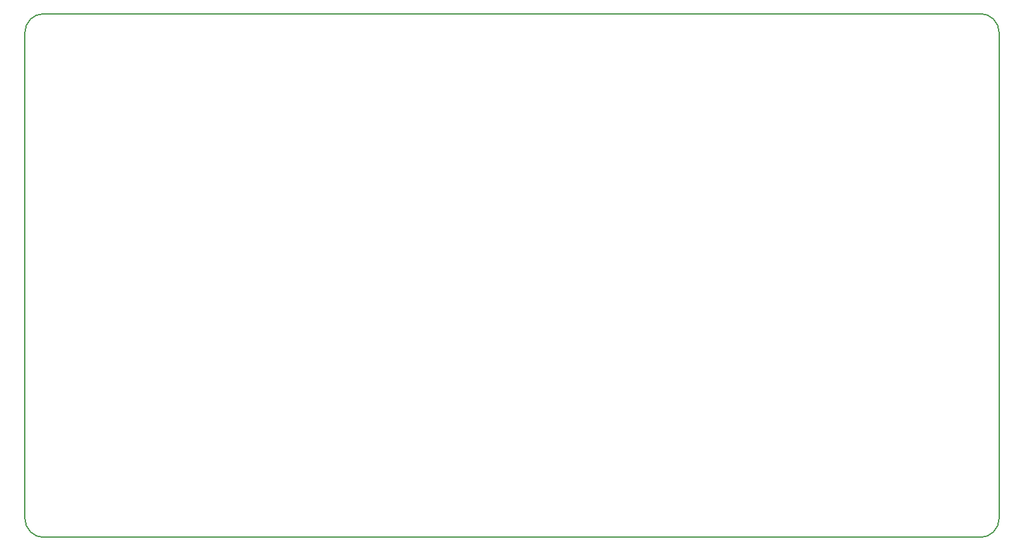
<source format=gko>
G04*
G04 #@! TF.GenerationSoftware,Altium Limited,Altium Designer,22.9.1 (49)*
G04*
G04 Layer_Color=16711935*
%FSLAX44Y44*%
%MOMM*%
G71*
G04*
G04 #@! TF.SameCoordinates,4021D898-2042-4C7D-8B7F-38EBD3721E5A*
G04*
G04*
G04 #@! TF.FilePolarity,Positive*
G04*
G01*
G75*
%ADD13C,0.1500*%
D13*
X1275000Y0D02*
G03*
X1300000Y25000I0J25000D01*
G01*
Y675000D02*
G03*
X1275000Y700000I-25000J0D01*
G01*
X0Y25000D02*
G03*
X25000Y0I25000J0D01*
G01*
Y700000D02*
G03*
X0Y675000I0J-25000D01*
G01*
X25000Y-0D02*
X1275000D01*
X1300000Y25000D02*
Y675000D01*
X25000Y700000D02*
X1275000D01*
X-0Y25000D02*
X-0Y675000D01*
M02*

</source>
